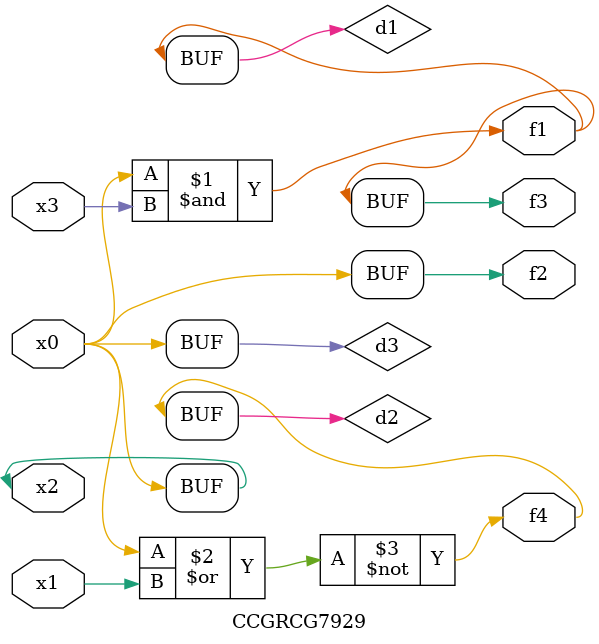
<source format=v>
module CCGRCG7929(
	input x0, x1, x2, x3,
	output f1, f2, f3, f4
);

	wire d1, d2, d3;

	and (d1, x2, x3);
	nor (d2, x0, x1);
	buf (d3, x0, x2);
	assign f1 = d1;
	assign f2 = d3;
	assign f3 = d1;
	assign f4 = d2;
endmodule

</source>
